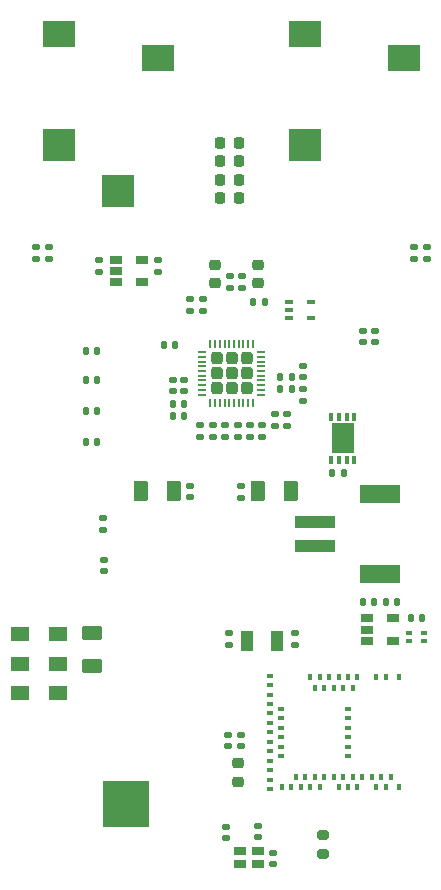
<source format=gbr>
%TF.GenerationSoftware,KiCad,Pcbnew,7.0.1-0*%
%TF.CreationDate,2024-02-14T11:54:31-05:00*%
%TF.ProjectId,Tympan_Rev_F,54796d70-616e-45f5-9265-765f462e6b69,rev?*%
%TF.SameCoordinates,Original*%
%TF.FileFunction,Paste,Top*%
%TF.FilePolarity,Positive*%
%FSLAX46Y46*%
G04 Gerber Fmt 4.6, Leading zero omitted, Abs format (unit mm)*
G04 Created by KiCad (PCBNEW 7.0.1-0) date 2024-02-14 11:54:31*
%MOMM*%
%LPD*%
G01*
G04 APERTURE LIST*
G04 Aperture macros list*
%AMRoundRect*
0 Rectangle with rounded corners*
0 $1 Rounding radius*
0 $2 $3 $4 $5 $6 $7 $8 $9 X,Y pos of 4 corners*
0 Add a 4 corners polygon primitive as box body*
4,1,4,$2,$3,$4,$5,$6,$7,$8,$9,$2,$3,0*
0 Add four circle primitives for the rounded corners*
1,1,$1+$1,$2,$3*
1,1,$1+$1,$4,$5*
1,1,$1+$1,$6,$7*
1,1,$1+$1,$8,$9*
0 Add four rect primitives between the rounded corners*
20,1,$1+$1,$2,$3,$4,$5,0*
20,1,$1+$1,$4,$5,$6,$7,0*
20,1,$1+$1,$6,$7,$8,$9,0*
20,1,$1+$1,$8,$9,$2,$3,0*%
G04 Aperture macros list end*
%ADD10R,3.500000X1.000000*%
%ADD11R,3.400000X1.500000*%
%ADD12R,2.800000X2.200000*%
%ADD13R,2.800000X2.800000*%
%ADD14R,1.600000X1.200000*%
%ADD15RoundRect,0.147500X0.147500X0.172500X-0.147500X0.172500X-0.147500X-0.172500X0.147500X-0.172500X0*%
%ADD16RoundRect,0.147500X-0.172500X0.147500X-0.172500X-0.147500X0.172500X-0.147500X0.172500X0.147500X0*%
%ADD17RoundRect,0.147500X0.172500X-0.147500X0.172500X0.147500X-0.172500X0.147500X-0.172500X-0.147500X0*%
%ADD18RoundRect,0.250000X-0.375000X-0.625000X0.375000X-0.625000X0.375000X0.625000X-0.375000X0.625000X0*%
%ADD19RoundRect,0.250000X0.375000X0.625000X-0.375000X0.625000X-0.375000X-0.625000X0.375000X-0.625000X0*%
%ADD20RoundRect,0.250000X0.625000X-0.375000X0.625000X0.375000X-0.625000X0.375000X-0.625000X-0.375000X0*%
%ADD21RoundRect,0.218750X-0.218750X-0.256250X0.218750X-0.256250X0.218750X0.256250X-0.218750X0.256250X0*%
%ADD22RoundRect,0.218750X0.218750X0.256250X-0.218750X0.256250X-0.218750X-0.256250X0.218750X-0.256250X0*%
%ADD23R,1.060000X0.650000*%
%ADD24R,0.650000X0.400000*%
%ADD25RoundRect,0.250000X0.260000X-0.260000X0.260000X0.260000X-0.260000X0.260000X-0.260000X-0.260000X0*%
%ADD26RoundRect,0.050000X0.050000X-0.325000X0.050000X0.325000X-0.050000X0.325000X-0.050000X-0.325000X0*%
%ADD27RoundRect,0.050000X0.325000X-0.050000X0.325000X0.050000X-0.325000X0.050000X-0.325000X-0.050000X0*%
%ADD28RoundRect,0.218750X-0.256250X0.218750X-0.256250X-0.218750X0.256250X-0.218750X0.256250X0.218750X0*%
%ADD29RoundRect,0.218750X0.256250X-0.218750X0.256250X0.218750X-0.256250X0.218750X-0.256250X-0.218750X0*%
%ADD30RoundRect,0.147500X-0.147500X-0.172500X0.147500X-0.172500X0.147500X0.172500X-0.147500X0.172500X0*%
%ADD31R,0.500000X0.400000*%
%ADD32R,0.350000X0.700000*%
%ADD33R,1.960000X2.560000*%
%ADD34R,1.000000X0.800000*%
%ADD35R,4.000000X4.000000*%
%ADD36RoundRect,0.140000X0.170000X-0.140000X0.170000X0.140000X-0.170000X0.140000X-0.170000X-0.140000X0*%
%ADD37RoundRect,0.140000X-0.170000X0.140000X-0.170000X-0.140000X0.170000X-0.140000X0.170000X0.140000X0*%
%ADD38RoundRect,0.200000X0.275000X-0.200000X0.275000X0.200000X-0.275000X0.200000X-0.275000X-0.200000X0*%
%ADD39R,0.400000X0.600000*%
%ADD40R,0.600000X0.400000*%
%ADD41RoundRect,0.225000X0.250000X-0.225000X0.250000X0.225000X-0.250000X0.225000X-0.250000X-0.225000X0*%
%ADD42R,1.000000X1.800000*%
G04 APERTURE END LIST*
D10*
X160450000Y-104800000D03*
X160450000Y-102800000D03*
D11*
X166000000Y-107150000D03*
X166000000Y-100450000D03*
D12*
X159600000Y-61500000D03*
D13*
X159600000Y-70900000D03*
D12*
X168000000Y-63500000D03*
X138800000Y-61500000D03*
D13*
X138800000Y-70900000D03*
D12*
X147200000Y-63500000D03*
D13*
X143750000Y-74800000D03*
D14*
X135475000Y-112300000D03*
X135475000Y-114800000D03*
X135475000Y-117300000D03*
X138675000Y-112300000D03*
X138675000Y-114800000D03*
X138675000Y-117300000D03*
D15*
X142035000Y-88350000D03*
X141065000Y-88350000D03*
X142035000Y-90800000D03*
X141065000Y-90800000D03*
X142035000Y-93400000D03*
X141065000Y-93400000D03*
D16*
X169925000Y-79515000D03*
X169925000Y-80485000D03*
X137925000Y-79515000D03*
X137925000Y-80485000D03*
X142200000Y-80615000D03*
X142200000Y-81585000D03*
X168875000Y-79515000D03*
X168875000Y-80485000D03*
X136850000Y-79515000D03*
X136850000Y-80485000D03*
X147150000Y-80615000D03*
X147150000Y-81585000D03*
D17*
X142500000Y-103435000D03*
X142500000Y-102465000D03*
D18*
X145700000Y-100200000D03*
X148500000Y-100200000D03*
D19*
X158400001Y-100200000D03*
X155600001Y-100200000D03*
D20*
X141600000Y-115000000D03*
X141600000Y-112200000D03*
D21*
X152412500Y-73800000D03*
X153987500Y-73800000D03*
X152412500Y-72250000D03*
X153987500Y-72250000D03*
D22*
X153987500Y-75350000D03*
X152412500Y-75350000D03*
X153987500Y-70700000D03*
X152412500Y-70700000D03*
D17*
X149900000Y-100685000D03*
X149900000Y-99715000D03*
X154200000Y-100735000D03*
X154200000Y-99765000D03*
D16*
X155600000Y-128500000D03*
X155600000Y-129470000D03*
X156900000Y-130780000D03*
X156900000Y-131750000D03*
X152950000Y-128600000D03*
X152950000Y-129570000D03*
D23*
X143600000Y-80600000D03*
X143600000Y-81550000D03*
X143600000Y-82500000D03*
X145800000Y-82500000D03*
X145800000Y-80600000D03*
D24*
X158250000Y-84200000D03*
X158250000Y-84850000D03*
X158250000Y-85500000D03*
X160150000Y-85500000D03*
X160150000Y-84200000D03*
D25*
X152130000Y-91470000D03*
X153400000Y-91470000D03*
X154670000Y-91470000D03*
X152130000Y-90200000D03*
X153400000Y-90200000D03*
X154670000Y-90200000D03*
X152130000Y-88930000D03*
X153400000Y-88930000D03*
X154670000Y-88930000D03*
D26*
X151600000Y-92675000D03*
X152000000Y-92675000D03*
X152400000Y-92675000D03*
X152800000Y-92675000D03*
X153200000Y-92675000D03*
X153600000Y-92675000D03*
X154000000Y-92675000D03*
X154400000Y-92675000D03*
X154800000Y-92675000D03*
X155200000Y-92675000D03*
D27*
X155875000Y-92000000D03*
X155875000Y-91600000D03*
X155875000Y-91200000D03*
X155875000Y-90800000D03*
X155875000Y-90400000D03*
X155875000Y-90000000D03*
X155875000Y-89600000D03*
X155875000Y-89200000D03*
X155875000Y-88800000D03*
X155875000Y-88400000D03*
D26*
X155200000Y-87725000D03*
X154800000Y-87725000D03*
X154400000Y-87725000D03*
X154000000Y-87725000D03*
X153600000Y-87725000D03*
X153200000Y-87725000D03*
X152800000Y-87725000D03*
X152400000Y-87725000D03*
X152000000Y-87725000D03*
X151600000Y-87725000D03*
D27*
X150925000Y-88400000D03*
X150925000Y-88800000D03*
X150925000Y-89200000D03*
X150925000Y-89600000D03*
X150925000Y-90000000D03*
X150925000Y-90400000D03*
X150925000Y-90800000D03*
X150925000Y-91200000D03*
X150925000Y-91600000D03*
X150925000Y-92000000D03*
D16*
X159450000Y-89580000D03*
X159450000Y-90550000D03*
D17*
X159450000Y-92520000D03*
X159450000Y-91550000D03*
D28*
X152000000Y-81000000D03*
X152000000Y-82575000D03*
D29*
X155650000Y-82575000D03*
X155650000Y-81000000D03*
D15*
X158485000Y-91550000D03*
X157515000Y-91550000D03*
X158485000Y-90550000D03*
X157515000Y-90550000D03*
D17*
X151800000Y-95585000D03*
X151800000Y-94615000D03*
X156000000Y-95585000D03*
X156000000Y-94615000D03*
X154950000Y-95585000D03*
X154950000Y-94615000D03*
X153900000Y-95585000D03*
X153900000Y-94615000D03*
X152850000Y-95585000D03*
X152850000Y-94615000D03*
X150750000Y-95585000D03*
X150750000Y-94615000D03*
X153300000Y-82935000D03*
X153300000Y-81965000D03*
X154300000Y-82935000D03*
X154300000Y-81965000D03*
D30*
X155215000Y-84150000D03*
X156185000Y-84150000D03*
D17*
X150950000Y-84885000D03*
X150950000Y-83915000D03*
D15*
X148635000Y-87800000D03*
X147665000Y-87800000D03*
D16*
X148400000Y-90765000D03*
X148400000Y-91735000D03*
D15*
X149385000Y-92800000D03*
X148415000Y-92800000D03*
X149385000Y-93850000D03*
X148415000Y-93850000D03*
D17*
X157100000Y-94635000D03*
X157100000Y-93665000D03*
X158100000Y-94635000D03*
X158100000Y-93665000D03*
D16*
X149900000Y-83915000D03*
X149900000Y-84885000D03*
X149400000Y-90765000D03*
X149400000Y-91735000D03*
D23*
X164850000Y-110950000D03*
X164850000Y-111900000D03*
X164850000Y-112850000D03*
X167050000Y-112850000D03*
X167050000Y-110950000D03*
D30*
X168565000Y-110950000D03*
X169535000Y-110950000D03*
D15*
X167435000Y-109550000D03*
X166465000Y-109550000D03*
X165485000Y-109550000D03*
X164515000Y-109550000D03*
D31*
X168450000Y-112150000D03*
X169650000Y-112150000D03*
X168450000Y-112850000D03*
X169650000Y-112850000D03*
D16*
X142600000Y-106000000D03*
X142600000Y-106970000D03*
D15*
X162885000Y-98600000D03*
X161915000Y-98600000D03*
D17*
X164550000Y-87585000D03*
X164550000Y-86615000D03*
X165550000Y-87585000D03*
X165550000Y-86615000D03*
D32*
X161825000Y-97500000D03*
X162475000Y-97500000D03*
X163125000Y-97500000D03*
X163775000Y-97500000D03*
X163775000Y-93900000D03*
X163125000Y-93900000D03*
X162475000Y-93900000D03*
X161825000Y-93900000D03*
D33*
X162800000Y-95700000D03*
D34*
X154100000Y-130650000D03*
X155600000Y-130650000D03*
X155600000Y-131750000D03*
X154100000Y-131750000D03*
D15*
X142035000Y-96000000D03*
X141065000Y-96000000D03*
D35*
X144450000Y-126700000D03*
D36*
X153200000Y-113180000D03*
X153200000Y-112220000D03*
X158800000Y-113180000D03*
X158800000Y-112220000D03*
D37*
X153100000Y-120820000D03*
X153100000Y-121780000D03*
D38*
X161100000Y-130925000D03*
X161100000Y-129275000D03*
D39*
X167550000Y-115950000D03*
X166450000Y-115950000D03*
X165650000Y-115950000D03*
X164050000Y-115950000D03*
X163650000Y-116850000D03*
X163250000Y-115950000D03*
X162850000Y-116850000D03*
X162450000Y-115950000D03*
X162050000Y-116850000D03*
X161650000Y-115950000D03*
X161250000Y-116850000D03*
X160850000Y-115950000D03*
X160450000Y-116850000D03*
X160050000Y-115950000D03*
D40*
X156650000Y-115800000D03*
X156650000Y-116600000D03*
X156650000Y-117400000D03*
X156650000Y-118200000D03*
X157550000Y-118600000D03*
X156650000Y-119000000D03*
X157550000Y-119400000D03*
X156650000Y-119800000D03*
X157550000Y-120200000D03*
X156650000Y-120600000D03*
X157550000Y-121000000D03*
X156650000Y-121400000D03*
X157550000Y-121800000D03*
X156650000Y-122200000D03*
X157550000Y-122600000D03*
X156650000Y-123000000D03*
X156650000Y-123800000D03*
X156650000Y-124600000D03*
X156650000Y-125400000D03*
D39*
X157650000Y-125250000D03*
X158450000Y-125250000D03*
X158850000Y-124350000D03*
X159250000Y-125250000D03*
X159650000Y-124350000D03*
X160050000Y-125250000D03*
X160450000Y-124350000D03*
X160850000Y-125250000D03*
X161250000Y-124350000D03*
X162050000Y-124350000D03*
X162450000Y-125250000D03*
X162850000Y-124350000D03*
X163250000Y-125250000D03*
X163650000Y-124350000D03*
X164050000Y-125250000D03*
X164450000Y-124350000D03*
X165250000Y-124350000D03*
X165650000Y-125250000D03*
X166050000Y-124350000D03*
X166450000Y-125250000D03*
X166850000Y-124350000D03*
X167550000Y-125250000D03*
D40*
X163250000Y-118600000D03*
X163250000Y-119400000D03*
X163250000Y-120200000D03*
X163250000Y-121000000D03*
X163250000Y-121800000D03*
X163250000Y-122600000D03*
D41*
X153900000Y-124775000D03*
X153900000Y-123225000D03*
D42*
X154725000Y-112900000D03*
X157275000Y-112900000D03*
D37*
X154200000Y-120820000D03*
X154200000Y-121780000D03*
M02*

</source>
